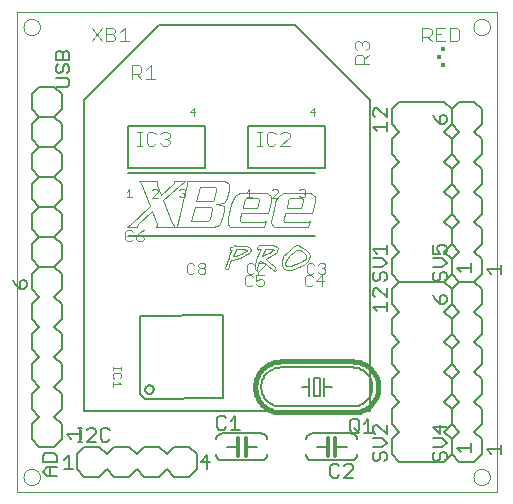
<source format=gto>
G75*
G70*
%OFA0B0*%
%FSLAX24Y24*%
%IPPOS*%
%LPD*%
%AMOC8*
5,1,8,0,0,1.08239X$1,22.5*
%
%ADD10C,0.0000*%
%ADD11C,0.0060*%
%ADD12C,0.0030*%
%ADD13C,0.0160*%
%ADD14C,0.0050*%
%ADD15C,0.0120*%
%ADD16C,0.0080*%
%ADD17C,0.0040*%
%ADD18R,0.0167X0.0128*%
%ADD19R,0.0138X0.0138*%
D10*
X000417Y000150D02*
X000417Y016150D01*
X016417Y016150D01*
X016417Y000150D01*
X000417Y000150D01*
X000641Y000650D02*
X000643Y000683D01*
X000649Y000715D01*
X000658Y000746D01*
X000671Y000776D01*
X000688Y000804D01*
X000708Y000830D01*
X000731Y000854D01*
X000756Y000874D01*
X000784Y000892D01*
X000813Y000906D01*
X000844Y000916D01*
X000876Y000923D01*
X000909Y000926D01*
X000942Y000925D01*
X000974Y000920D01*
X001005Y000911D01*
X001036Y000899D01*
X001064Y000883D01*
X001091Y000864D01*
X001115Y000842D01*
X001136Y000817D01*
X001155Y000790D01*
X001170Y000761D01*
X001181Y000731D01*
X001189Y000699D01*
X001193Y000666D01*
X001193Y000634D01*
X001189Y000601D01*
X001181Y000569D01*
X001170Y000539D01*
X001155Y000510D01*
X001136Y000483D01*
X001115Y000458D01*
X001091Y000436D01*
X001064Y000417D01*
X001036Y000401D01*
X001005Y000389D01*
X000974Y000380D01*
X000942Y000375D01*
X000909Y000374D01*
X000876Y000377D01*
X000844Y000384D01*
X000813Y000394D01*
X000784Y000408D01*
X000756Y000426D01*
X000731Y000446D01*
X000708Y000470D01*
X000688Y000496D01*
X000671Y000524D01*
X000658Y000554D01*
X000649Y000585D01*
X000643Y000617D01*
X000641Y000650D01*
X015641Y000650D02*
X015643Y000683D01*
X015649Y000715D01*
X015658Y000746D01*
X015671Y000776D01*
X015688Y000804D01*
X015708Y000830D01*
X015731Y000854D01*
X015756Y000874D01*
X015784Y000892D01*
X015813Y000906D01*
X015844Y000916D01*
X015876Y000923D01*
X015909Y000926D01*
X015942Y000925D01*
X015974Y000920D01*
X016005Y000911D01*
X016036Y000899D01*
X016064Y000883D01*
X016091Y000864D01*
X016115Y000842D01*
X016136Y000817D01*
X016155Y000790D01*
X016170Y000761D01*
X016181Y000731D01*
X016189Y000699D01*
X016193Y000666D01*
X016193Y000634D01*
X016189Y000601D01*
X016181Y000569D01*
X016170Y000539D01*
X016155Y000510D01*
X016136Y000483D01*
X016115Y000458D01*
X016091Y000436D01*
X016064Y000417D01*
X016036Y000401D01*
X016005Y000389D01*
X015974Y000380D01*
X015942Y000375D01*
X015909Y000374D01*
X015876Y000377D01*
X015844Y000384D01*
X015813Y000394D01*
X015784Y000408D01*
X015756Y000426D01*
X015731Y000446D01*
X015708Y000470D01*
X015688Y000496D01*
X015671Y000524D01*
X015658Y000554D01*
X015649Y000585D01*
X015643Y000617D01*
X015641Y000650D01*
X015641Y015650D02*
X015643Y015683D01*
X015649Y015715D01*
X015658Y015746D01*
X015671Y015776D01*
X015688Y015804D01*
X015708Y015830D01*
X015731Y015854D01*
X015756Y015874D01*
X015784Y015892D01*
X015813Y015906D01*
X015844Y015916D01*
X015876Y015923D01*
X015909Y015926D01*
X015942Y015925D01*
X015974Y015920D01*
X016005Y015911D01*
X016036Y015899D01*
X016064Y015883D01*
X016091Y015864D01*
X016115Y015842D01*
X016136Y015817D01*
X016155Y015790D01*
X016170Y015761D01*
X016181Y015731D01*
X016189Y015699D01*
X016193Y015666D01*
X016193Y015634D01*
X016189Y015601D01*
X016181Y015569D01*
X016170Y015539D01*
X016155Y015510D01*
X016136Y015483D01*
X016115Y015458D01*
X016091Y015436D01*
X016064Y015417D01*
X016036Y015401D01*
X016005Y015389D01*
X015974Y015380D01*
X015942Y015375D01*
X015909Y015374D01*
X015876Y015377D01*
X015844Y015384D01*
X015813Y015394D01*
X015784Y015408D01*
X015756Y015426D01*
X015731Y015446D01*
X015708Y015470D01*
X015688Y015496D01*
X015671Y015524D01*
X015658Y015554D01*
X015649Y015585D01*
X015643Y015617D01*
X015641Y015650D01*
X000641Y015650D02*
X000643Y015683D01*
X000649Y015715D01*
X000658Y015746D01*
X000671Y015776D01*
X000688Y015804D01*
X000708Y015830D01*
X000731Y015854D01*
X000756Y015874D01*
X000784Y015892D01*
X000813Y015906D01*
X000844Y015916D01*
X000876Y015923D01*
X000909Y015926D01*
X000942Y015925D01*
X000974Y015920D01*
X001005Y015911D01*
X001036Y015899D01*
X001064Y015883D01*
X001091Y015864D01*
X001115Y015842D01*
X001136Y015817D01*
X001155Y015790D01*
X001170Y015761D01*
X001181Y015731D01*
X001189Y015699D01*
X001193Y015666D01*
X001193Y015634D01*
X001189Y015601D01*
X001181Y015569D01*
X001170Y015539D01*
X001155Y015510D01*
X001136Y015483D01*
X001115Y015458D01*
X001091Y015436D01*
X001064Y015417D01*
X001036Y015401D01*
X001005Y015389D01*
X000974Y015380D01*
X000942Y015375D01*
X000909Y015374D01*
X000876Y015377D01*
X000844Y015384D01*
X000813Y015394D01*
X000784Y015408D01*
X000756Y015426D01*
X000731Y015446D01*
X000708Y015470D01*
X000688Y015496D01*
X000671Y015524D01*
X000658Y015554D01*
X000649Y015585D01*
X000643Y015617D01*
X000641Y015650D01*
D11*
X001167Y013650D02*
X001667Y013650D01*
X001917Y013400D01*
X001917Y012900D01*
X001667Y012650D01*
X001917Y012400D01*
X001917Y011900D01*
X001667Y011650D01*
X001917Y011400D01*
X001917Y010900D01*
X001667Y010650D01*
X001917Y010400D01*
X001917Y009900D01*
X001667Y009650D01*
X001917Y009400D01*
X001917Y008900D01*
X001667Y008650D01*
X001917Y008400D01*
X001917Y007900D01*
X001667Y007650D01*
X001167Y007650D01*
X000917Y007400D01*
X000917Y006900D01*
X001167Y006650D01*
X000917Y006400D01*
X000917Y005900D01*
X001167Y005650D01*
X000917Y005400D01*
X000917Y004900D01*
X001167Y004650D01*
X000917Y004400D01*
X000917Y003900D01*
X001167Y003650D01*
X000917Y003400D01*
X000917Y002900D01*
X001167Y002650D01*
X000917Y002400D01*
X000917Y001900D01*
X001167Y001650D01*
X001667Y001650D01*
X001917Y001900D01*
X001917Y002400D01*
X001667Y002650D01*
X001917Y002900D01*
X001917Y003400D01*
X001667Y003650D01*
X001917Y003900D01*
X001917Y004400D01*
X001667Y004650D01*
X001917Y004900D01*
X001917Y005400D01*
X001667Y005650D01*
X001917Y005900D01*
X001917Y006400D01*
X001667Y006650D01*
X001917Y006900D01*
X001917Y007400D01*
X001667Y007650D01*
X001167Y007650D01*
X000917Y007900D01*
X000917Y008400D01*
X001167Y008650D01*
X000917Y008900D01*
X000917Y009400D01*
X001167Y009650D01*
X001667Y009650D01*
X001167Y009650D02*
X000917Y009900D01*
X000917Y010400D01*
X001167Y010650D01*
X000917Y010900D01*
X000917Y011400D01*
X001167Y011650D01*
X000917Y011900D01*
X000917Y012400D01*
X001167Y012650D01*
X000917Y012900D01*
X000917Y013400D01*
X001167Y013650D01*
X001167Y012650D02*
X001667Y012650D01*
X001667Y011650D02*
X001167Y011650D01*
X001167Y010650D02*
X001667Y010650D01*
X001667Y008650D02*
X001167Y008650D01*
X004116Y008691D02*
X010344Y008691D01*
X010344Y010779D02*
X004116Y010779D01*
X004532Y006025D02*
X007292Y006035D01*
X007301Y003275D01*
X004681Y003266D01*
X004541Y003405D01*
X004532Y006025D01*
X004699Y003566D02*
X004701Y003589D01*
X004707Y003612D01*
X004716Y003633D01*
X004729Y003653D01*
X004745Y003670D01*
X004763Y003684D01*
X004783Y003695D01*
X004805Y003703D01*
X004828Y003707D01*
X004852Y003707D01*
X004875Y003703D01*
X004897Y003695D01*
X004917Y003684D01*
X004935Y003670D01*
X004951Y003653D01*
X004964Y003633D01*
X004973Y003612D01*
X004979Y003589D01*
X004981Y003566D01*
X004979Y003543D01*
X004973Y003520D01*
X004964Y003499D01*
X004951Y003479D01*
X004935Y003462D01*
X004917Y003448D01*
X004897Y003437D01*
X004875Y003429D01*
X004852Y003425D01*
X004828Y003425D01*
X004805Y003429D01*
X004783Y003437D01*
X004763Y003448D01*
X004745Y003462D01*
X004729Y003479D01*
X004716Y003499D01*
X004707Y003520D01*
X004701Y003543D01*
X004699Y003566D01*
X004667Y001650D02*
X005167Y001650D01*
X005417Y001400D01*
X005667Y001650D01*
X006167Y001650D01*
X006417Y001400D01*
X006417Y000900D01*
X006167Y000650D01*
X005667Y000650D01*
X005417Y000900D01*
X005167Y000650D01*
X004667Y000650D01*
X004417Y000900D01*
X004167Y000650D01*
X003667Y000650D01*
X003417Y000900D01*
X003167Y000650D01*
X002667Y000650D01*
X002417Y000900D01*
X002417Y001400D01*
X002667Y001650D01*
X003167Y001650D01*
X003417Y001400D01*
X003667Y001650D01*
X004167Y001650D01*
X004417Y001400D01*
X004667Y001650D01*
X007067Y001400D02*
X007069Y001374D01*
X007074Y001348D01*
X007082Y001323D01*
X007094Y001300D01*
X007108Y001278D01*
X007126Y001259D01*
X007145Y001241D01*
X007167Y001227D01*
X007190Y001215D01*
X007215Y001207D01*
X007241Y001202D01*
X007267Y001200D01*
X008567Y001200D01*
X008593Y001202D01*
X008619Y001207D01*
X008644Y001215D01*
X008667Y001227D01*
X008689Y001241D01*
X008708Y001259D01*
X008726Y001278D01*
X008740Y001300D01*
X008752Y001323D01*
X008760Y001348D01*
X008765Y001374D01*
X008767Y001400D01*
X008417Y001650D02*
X008047Y001650D01*
X007797Y001650D02*
X007417Y001650D01*
X007067Y001900D02*
X007069Y001926D01*
X007074Y001952D01*
X007082Y001977D01*
X007094Y002000D01*
X007108Y002022D01*
X007126Y002041D01*
X007145Y002059D01*
X007167Y002073D01*
X007190Y002085D01*
X007215Y002093D01*
X007241Y002098D01*
X007267Y002100D01*
X008567Y002100D01*
X008593Y002098D01*
X008619Y002093D01*
X008644Y002085D01*
X008667Y002073D01*
X008689Y002059D01*
X008708Y002041D01*
X008726Y002022D01*
X008740Y002000D01*
X008752Y001977D01*
X008760Y001952D01*
X008765Y001926D01*
X008767Y001900D01*
X009217Y003000D02*
X011617Y003000D01*
X011667Y003002D01*
X011716Y003008D01*
X011765Y003017D01*
X011813Y003030D01*
X011860Y003047D01*
X011905Y003067D01*
X011949Y003091D01*
X011991Y003118D01*
X012031Y003149D01*
X012068Y003182D01*
X012102Y003218D01*
X012134Y003256D01*
X012163Y003297D01*
X012188Y003339D01*
X012210Y003384D01*
X012229Y003430D01*
X012244Y003478D01*
X012255Y003526D01*
X012263Y003575D01*
X012267Y003625D01*
X012267Y003675D01*
X012263Y003725D01*
X012255Y003774D01*
X012244Y003822D01*
X012229Y003870D01*
X012210Y003916D01*
X012188Y003961D01*
X012163Y004003D01*
X012134Y004044D01*
X012102Y004082D01*
X012068Y004118D01*
X012031Y004151D01*
X011991Y004182D01*
X011949Y004209D01*
X011905Y004233D01*
X011860Y004253D01*
X011813Y004270D01*
X011765Y004283D01*
X011716Y004292D01*
X011667Y004298D01*
X011617Y004300D01*
X009217Y004300D01*
X009167Y004298D01*
X009118Y004292D01*
X009069Y004283D01*
X009021Y004270D01*
X008974Y004253D01*
X008929Y004233D01*
X008885Y004209D01*
X008843Y004182D01*
X008803Y004151D01*
X008766Y004118D01*
X008732Y004082D01*
X008700Y004044D01*
X008671Y004003D01*
X008646Y003961D01*
X008624Y003916D01*
X008605Y003870D01*
X008590Y003822D01*
X008579Y003774D01*
X008571Y003725D01*
X008567Y003675D01*
X008567Y003625D01*
X008571Y003575D01*
X008579Y003526D01*
X008590Y003478D01*
X008605Y003430D01*
X008624Y003384D01*
X008646Y003339D01*
X008671Y003297D01*
X008700Y003256D01*
X008732Y003218D01*
X008766Y003182D01*
X008803Y003149D01*
X008843Y003118D01*
X008885Y003091D01*
X008929Y003067D01*
X008974Y003047D01*
X009021Y003030D01*
X009069Y003017D01*
X009118Y003008D01*
X009167Y003002D01*
X009217Y003000D01*
X009917Y003650D02*
X010167Y003650D01*
X010167Y003950D01*
X010317Y003950D02*
X010517Y003950D01*
X010517Y003350D01*
X010317Y003350D01*
X010317Y003950D01*
X010167Y003650D02*
X010167Y003350D01*
X010667Y003350D02*
X010667Y003650D01*
X010917Y003650D01*
X010667Y003650D02*
X010667Y003950D01*
X010267Y002100D02*
X011567Y002100D01*
X011593Y002098D01*
X011619Y002093D01*
X011644Y002085D01*
X011667Y002073D01*
X011689Y002059D01*
X011708Y002041D01*
X011726Y002022D01*
X011740Y002000D01*
X011752Y001977D01*
X011760Y001952D01*
X011765Y001926D01*
X011767Y001900D01*
X011417Y001650D02*
X011037Y001650D01*
X010787Y001650D02*
X010417Y001650D01*
X010067Y001900D02*
X010069Y001926D01*
X010074Y001952D01*
X010082Y001977D01*
X010094Y002000D01*
X010108Y002022D01*
X010126Y002041D01*
X010145Y002059D01*
X010167Y002073D01*
X010190Y002085D01*
X010215Y002093D01*
X010241Y002098D01*
X010267Y002100D01*
X010067Y001400D02*
X010069Y001374D01*
X010074Y001348D01*
X010082Y001323D01*
X010094Y001300D01*
X010108Y001278D01*
X010126Y001259D01*
X010145Y001241D01*
X010167Y001227D01*
X010190Y001215D01*
X010215Y001207D01*
X010241Y001202D01*
X010267Y001200D01*
X011567Y001200D01*
X011593Y001202D01*
X011619Y001207D01*
X011644Y001215D01*
X011667Y001227D01*
X011689Y001241D01*
X011708Y001259D01*
X011726Y001278D01*
X011740Y001300D01*
X011752Y001323D01*
X011760Y001348D01*
X011765Y001374D01*
X011767Y001400D01*
X012917Y001400D02*
X013167Y001150D01*
X014667Y001150D01*
X014917Y001400D01*
X015167Y001150D01*
X015667Y001150D01*
X015917Y001400D01*
X015917Y001900D01*
X015667Y002150D01*
X015917Y002400D01*
X015917Y002900D01*
X015667Y003150D01*
X015917Y003400D01*
X015917Y003900D01*
X015667Y004150D01*
X015917Y004400D01*
X015917Y004900D01*
X015667Y005150D01*
X015917Y005400D01*
X015917Y005900D01*
X015667Y006150D01*
X015917Y006400D01*
X015917Y006900D01*
X015667Y007150D01*
X015917Y007400D01*
X015917Y007900D01*
X015667Y008150D01*
X015917Y008400D01*
X015917Y008900D01*
X015667Y009150D01*
X015917Y009400D01*
X015917Y009900D01*
X015667Y010150D01*
X015917Y010400D01*
X015917Y010900D01*
X015667Y011150D01*
X015917Y011400D01*
X015917Y011900D01*
X015667Y012150D01*
X015917Y012400D01*
X015917Y012900D01*
X015667Y013150D01*
X015167Y013150D01*
X014917Y012900D01*
X014917Y012400D01*
X015167Y012150D01*
X014917Y011900D01*
X014917Y011400D01*
X015167Y011150D01*
X014917Y010900D01*
X014917Y010400D01*
X015167Y010150D01*
X014917Y009900D01*
X014917Y009400D01*
X015167Y009150D01*
X014917Y008900D01*
X014917Y008400D01*
X015167Y008150D01*
X014917Y007900D01*
X014917Y007400D01*
X015167Y007150D01*
X015667Y007150D01*
X015167Y007150D01*
X014917Y006900D01*
X014917Y006400D01*
X015167Y006150D01*
X014917Y005900D01*
X014917Y005400D01*
X015167Y005150D01*
X014917Y004900D01*
X014917Y004400D01*
X015167Y004150D01*
X014917Y003900D01*
X014917Y003400D01*
X015167Y003150D01*
X014917Y002900D01*
X014917Y002400D01*
X015167Y002150D01*
X014917Y001900D01*
X014917Y001400D01*
X014917Y001900D01*
X014667Y002150D01*
X014917Y002400D01*
X014917Y002900D01*
X014667Y003150D01*
X014917Y003400D01*
X014917Y003900D01*
X014667Y004150D01*
X014917Y004400D01*
X014917Y004900D01*
X014667Y005150D01*
X014917Y005400D01*
X014917Y005900D01*
X014667Y006150D01*
X014917Y006400D01*
X014917Y006900D01*
X014667Y007150D01*
X013167Y007150D01*
X012917Y006900D01*
X012917Y006400D01*
X013167Y006150D01*
X012917Y005900D01*
X012917Y005400D01*
X013167Y005150D01*
X012917Y004900D01*
X012917Y004400D01*
X013167Y004150D01*
X012917Y003900D01*
X012917Y003400D01*
X013167Y003150D01*
X012917Y002900D01*
X012917Y002400D01*
X013167Y002150D01*
X012917Y001900D01*
X012917Y001400D01*
X013167Y007150D02*
X014667Y007150D01*
X014917Y007400D01*
X014917Y007900D01*
X014667Y008150D01*
X014917Y008400D01*
X014917Y008900D01*
X014667Y009150D01*
X014917Y009400D01*
X014917Y009900D01*
X014667Y010150D01*
X014917Y010400D01*
X014917Y010900D01*
X014667Y011150D01*
X014917Y011400D01*
X014917Y011900D01*
X014667Y012150D01*
X014917Y012400D01*
X014917Y012900D01*
X014667Y013150D01*
X013167Y013150D01*
X012917Y012900D01*
X012917Y012400D01*
X013167Y012150D01*
X012917Y011900D01*
X012917Y011400D01*
X013167Y011150D01*
X012917Y010900D01*
X012917Y010400D01*
X013167Y010150D01*
X012917Y009900D01*
X012917Y009400D01*
X013167Y009150D01*
X012917Y008900D01*
X012917Y008400D01*
X013167Y008150D01*
X012917Y007900D01*
X012917Y007400D01*
X013167Y007150D01*
D12*
X010704Y007482D02*
X010642Y007421D01*
X010519Y007421D01*
X010457Y007482D01*
X010336Y007482D02*
X010274Y007421D01*
X010150Y007421D01*
X010089Y007482D01*
X010089Y007729D01*
X010150Y007791D01*
X010274Y007791D01*
X010336Y007729D01*
X010457Y007729D02*
X010519Y007791D01*
X010642Y007791D01*
X010704Y007729D01*
X010704Y007667D01*
X010642Y007606D01*
X010704Y007544D01*
X010704Y007482D01*
X010642Y007606D02*
X010580Y007606D01*
X010591Y007380D02*
X010406Y007195D01*
X010653Y007195D01*
X010591Y007380D02*
X010591Y007009D01*
X010285Y007071D02*
X010223Y007009D01*
X010100Y007009D01*
X010038Y007071D01*
X010038Y007318D01*
X010100Y007380D01*
X010223Y007380D01*
X010285Y007318D01*
X008653Y007380D02*
X008406Y007380D01*
X008406Y007195D01*
X008530Y007256D01*
X008591Y007256D01*
X008653Y007195D01*
X008653Y007071D01*
X008591Y007009D01*
X008468Y007009D01*
X008406Y007071D01*
X008285Y007071D02*
X008223Y007009D01*
X008100Y007009D01*
X008038Y007071D01*
X008038Y007318D01*
X008100Y007380D01*
X008223Y007380D01*
X008285Y007318D01*
X008274Y007421D02*
X008150Y007421D01*
X008089Y007482D01*
X008089Y007729D01*
X008150Y007791D01*
X008274Y007791D01*
X008336Y007729D01*
X008457Y007791D02*
X008704Y007791D01*
X008704Y007729D01*
X008457Y007482D01*
X008457Y007421D01*
X008336Y007482D02*
X008274Y007421D01*
X006704Y007482D02*
X006642Y007421D01*
X006519Y007421D01*
X006457Y007482D01*
X006457Y007544D01*
X006519Y007606D01*
X006642Y007606D01*
X006704Y007544D01*
X006704Y007482D01*
X006642Y007606D02*
X006704Y007667D01*
X006704Y007729D01*
X006642Y007791D01*
X006519Y007791D01*
X006457Y007729D01*
X006457Y007667D01*
X006519Y007606D01*
X006336Y007729D02*
X006274Y007791D01*
X006150Y007791D01*
X006089Y007729D01*
X006089Y007482D01*
X006150Y007421D01*
X006274Y007421D01*
X006336Y007482D01*
X004653Y008571D02*
X004653Y008633D01*
X004591Y008695D01*
X004406Y008695D01*
X004406Y008571D01*
X004468Y008509D01*
X004591Y008509D01*
X004653Y008571D01*
X004530Y008818D02*
X004406Y008695D01*
X004285Y008818D02*
X004223Y008880D01*
X004100Y008880D01*
X004038Y008818D01*
X004038Y008571D01*
X004100Y008509D01*
X004223Y008509D01*
X004285Y008571D01*
X004530Y008818D02*
X004653Y008880D01*
X003903Y004324D02*
X003903Y004227D01*
X003903Y004275D02*
X003613Y004274D01*
X003613Y004226D02*
X003613Y004323D01*
X003662Y004126D02*
X003614Y004078D01*
X003614Y003981D01*
X003663Y003933D01*
X003615Y003832D02*
X003615Y003638D01*
X003615Y003735D02*
X003905Y003736D01*
X003808Y003832D01*
X003856Y003934D02*
X003904Y003982D01*
X003904Y004079D01*
X003855Y004127D01*
X003662Y004126D01*
D13*
X009217Y004500D02*
X011617Y004500D01*
X011674Y004498D01*
X011730Y004492D01*
X011786Y004483D01*
X011842Y004470D01*
X011896Y004453D01*
X011949Y004433D01*
X012000Y004409D01*
X012050Y004381D01*
X012098Y004351D01*
X012144Y004317D01*
X012187Y004280D01*
X012228Y004241D01*
X012266Y004199D01*
X012301Y004154D01*
X012333Y004107D01*
X012362Y004058D01*
X012388Y004008D01*
X012410Y003955D01*
X012429Y003902D01*
X012444Y003847D01*
X012455Y003791D01*
X012463Y003735D01*
X012467Y003678D01*
X012467Y003622D01*
X012463Y003565D01*
X012455Y003509D01*
X012444Y003453D01*
X012429Y003398D01*
X012410Y003345D01*
X012388Y003292D01*
X012362Y003242D01*
X012333Y003193D01*
X012301Y003146D01*
X012266Y003101D01*
X012228Y003059D01*
X012187Y003020D01*
X012144Y002983D01*
X012098Y002949D01*
X012050Y002919D01*
X012000Y002891D01*
X011949Y002867D01*
X011896Y002847D01*
X011842Y002830D01*
X011786Y002817D01*
X011730Y002808D01*
X011674Y002802D01*
X011617Y002800D01*
X009217Y002800D01*
X009160Y002802D01*
X009104Y002808D01*
X009048Y002817D01*
X008992Y002830D01*
X008938Y002847D01*
X008885Y002867D01*
X008834Y002891D01*
X008784Y002919D01*
X008736Y002949D01*
X008690Y002983D01*
X008647Y003020D01*
X008606Y003059D01*
X008568Y003101D01*
X008533Y003146D01*
X008501Y003193D01*
X008472Y003242D01*
X008446Y003292D01*
X008424Y003345D01*
X008405Y003398D01*
X008390Y003453D01*
X008379Y003509D01*
X008371Y003565D01*
X008367Y003622D01*
X008367Y003678D01*
X008371Y003735D01*
X008379Y003791D01*
X008390Y003847D01*
X008405Y003902D01*
X008424Y003955D01*
X008446Y004008D01*
X008472Y004058D01*
X008501Y004107D01*
X008533Y004154D01*
X008568Y004199D01*
X008606Y004241D01*
X008647Y004280D01*
X008690Y004317D01*
X008736Y004351D01*
X008784Y004381D01*
X008834Y004409D01*
X008885Y004433D01*
X008938Y004453D01*
X008992Y004470D01*
X009048Y004483D01*
X009104Y004492D01*
X009160Y004498D01*
X009217Y004500D01*
D14*
X007702Y002675D02*
X007702Y002225D01*
X007552Y002225D02*
X007852Y002225D01*
X007552Y002525D02*
X007702Y002675D01*
X007392Y002600D02*
X007317Y002675D01*
X007167Y002675D01*
X007092Y002600D01*
X007092Y002300D01*
X007167Y002225D01*
X007317Y002225D01*
X007392Y002300D01*
X006767Y001375D02*
X006542Y001150D01*
X006842Y001150D01*
X006767Y000925D02*
X006767Y001375D01*
X003509Y001900D02*
X003434Y001825D01*
X003284Y001825D01*
X003209Y001900D01*
X003209Y002200D01*
X003284Y002275D01*
X003434Y002275D01*
X003509Y002200D01*
X003049Y002200D02*
X002974Y002275D01*
X002824Y002275D01*
X002749Y002200D01*
X002592Y002275D02*
X002442Y002275D01*
X002517Y002275D02*
X002517Y001825D01*
X002442Y001825D02*
X002592Y001825D01*
X002542Y001925D02*
X002542Y002225D01*
X002542Y002075D02*
X002091Y002075D01*
X002241Y001925D01*
X002749Y001825D02*
X003049Y002125D01*
X003049Y002200D01*
X003049Y001825D02*
X002749Y001825D01*
X002142Y001375D02*
X002142Y000925D01*
X001992Y000925D02*
X002292Y000925D01*
X001992Y001225D02*
X002142Y001375D01*
X001742Y001361D02*
X001742Y001135D01*
X001291Y001135D01*
X001291Y001361D01*
X001366Y001436D01*
X001667Y001436D01*
X001742Y001361D01*
X001742Y000975D02*
X001441Y000975D01*
X001291Y000825D01*
X001441Y000675D01*
X001742Y000675D01*
X001516Y000675D02*
X001516Y000975D01*
X000667Y006925D02*
X000742Y007000D01*
X000742Y007150D01*
X000667Y007225D01*
X000592Y007225D01*
X000516Y007150D01*
X000516Y006925D01*
X000667Y006925D01*
X000516Y006925D02*
X000366Y007075D01*
X000291Y007225D01*
X001721Y013645D02*
X002097Y013645D01*
X002172Y013720D01*
X002172Y013870D01*
X002097Y013945D01*
X001721Y013945D01*
X001796Y014105D02*
X001871Y014105D01*
X001946Y014180D01*
X001946Y014331D01*
X002022Y014406D01*
X002097Y014406D01*
X002172Y014331D01*
X002172Y014180D01*
X002097Y014105D01*
X001796Y014105D02*
X001721Y014180D01*
X001721Y014331D01*
X001796Y014406D01*
X001721Y014566D02*
X001721Y014791D01*
X001796Y014866D01*
X001871Y014866D01*
X001946Y014791D01*
X001946Y014566D01*
X001721Y014566D02*
X002172Y014566D01*
X002172Y014791D01*
X002097Y014866D01*
X002022Y014866D01*
X001946Y014791D01*
X012291Y012861D02*
X012291Y012710D01*
X012366Y012635D01*
X012291Y012861D02*
X012366Y012936D01*
X012441Y012936D01*
X012742Y012635D01*
X012742Y012936D01*
X012742Y012475D02*
X012742Y012175D01*
X012742Y012325D02*
X012291Y012325D01*
X012441Y012175D01*
X014291Y012725D02*
X014366Y012575D01*
X014516Y012425D01*
X014516Y012650D01*
X014592Y012725D01*
X014667Y012725D01*
X014742Y012650D01*
X014742Y012500D01*
X014667Y012425D01*
X014516Y012425D01*
X014516Y008396D02*
X014441Y008321D01*
X014441Y008246D01*
X014516Y008096D01*
X014291Y008096D01*
X014291Y008396D01*
X014516Y008396D02*
X014667Y008396D01*
X014742Y008321D01*
X014742Y008171D01*
X014667Y008096D01*
X014592Y007936D02*
X014291Y007936D01*
X014592Y007936D02*
X014742Y007786D01*
X014592Y007635D01*
X014291Y007635D01*
X014366Y007475D02*
X014291Y007400D01*
X014291Y007250D01*
X014366Y007175D01*
X014441Y007175D01*
X014516Y007250D01*
X014516Y007400D01*
X014592Y007475D01*
X014667Y007475D01*
X014742Y007400D01*
X014742Y007250D01*
X014667Y007175D01*
X014667Y006725D02*
X014592Y006725D01*
X014516Y006650D01*
X014516Y006425D01*
X014667Y006425D01*
X014742Y006500D01*
X014742Y006650D01*
X014667Y006725D01*
X014516Y006425D02*
X014366Y006575D01*
X014291Y006725D01*
X015091Y007625D02*
X015542Y007625D01*
X015542Y007475D02*
X015542Y007775D01*
X015241Y007475D02*
X015091Y007625D01*
X016091Y007575D02*
X016542Y007575D01*
X016542Y007425D02*
X016542Y007725D01*
X016241Y007425D02*
X016091Y007575D01*
X012742Y007400D02*
X012742Y007250D01*
X012667Y007175D01*
X012516Y007250D02*
X012516Y007400D01*
X012592Y007475D01*
X012667Y007475D01*
X012742Y007400D01*
X012516Y007250D02*
X012441Y007175D01*
X012366Y007175D01*
X012291Y007250D01*
X012291Y007400D01*
X012366Y007475D01*
X012291Y007635D02*
X012592Y007635D01*
X012742Y007786D01*
X012592Y007936D01*
X012291Y007936D01*
X012441Y008096D02*
X012291Y008246D01*
X012742Y008246D01*
X012742Y008096D02*
X012742Y008396D01*
X012742Y006936D02*
X012742Y006635D01*
X012441Y006936D01*
X012366Y006936D01*
X012291Y006861D01*
X012291Y006710D01*
X012366Y006635D01*
X012291Y006325D02*
X012742Y006325D01*
X012742Y006175D02*
X012742Y006475D01*
X012441Y006175D02*
X012291Y006325D01*
X012131Y002575D02*
X012131Y002125D01*
X011981Y002125D02*
X012282Y002125D01*
X012291Y002171D02*
X012366Y002096D01*
X012291Y002171D02*
X012291Y002321D01*
X012366Y002396D01*
X012441Y002396D01*
X012742Y002096D01*
X012742Y002396D01*
X012592Y001936D02*
X012291Y001936D01*
X012291Y001635D02*
X012592Y001635D01*
X012742Y001786D01*
X012592Y001936D01*
X012592Y001475D02*
X012667Y001475D01*
X012742Y001400D01*
X012742Y001250D01*
X012667Y001175D01*
X012516Y001250D02*
X012516Y001400D01*
X012592Y001475D01*
X012366Y001475D02*
X012291Y001400D01*
X012291Y001250D01*
X012366Y001175D01*
X012441Y001175D01*
X012516Y001250D01*
X011632Y001000D02*
X011632Y000925D01*
X011331Y000625D01*
X011632Y000625D01*
X011171Y000700D02*
X011096Y000625D01*
X010946Y000625D01*
X010871Y000700D01*
X010871Y001000D01*
X010946Y001075D01*
X011096Y001075D01*
X011171Y001000D01*
X011331Y001000D02*
X011406Y001075D01*
X011556Y001075D01*
X011632Y001000D01*
X011596Y002125D02*
X011521Y002200D01*
X011521Y002500D01*
X011596Y002575D01*
X011746Y002575D01*
X011821Y002500D01*
X011821Y002200D01*
X011746Y002125D01*
X011596Y002125D01*
X011671Y002275D02*
X011821Y002125D01*
X011981Y002425D02*
X012131Y002575D01*
X014291Y002321D02*
X014516Y002096D01*
X014516Y002396D01*
X014291Y002321D02*
X014742Y002321D01*
X014592Y001936D02*
X014291Y001936D01*
X014291Y001635D02*
X014592Y001635D01*
X014742Y001786D01*
X014592Y001936D01*
X014592Y001475D02*
X014667Y001475D01*
X014742Y001400D01*
X014742Y001250D01*
X014667Y001175D01*
X014516Y001250D02*
X014516Y001400D01*
X014592Y001475D01*
X014366Y001475D02*
X014291Y001400D01*
X014291Y001250D01*
X014366Y001175D01*
X014441Y001175D01*
X014516Y001250D01*
X015091Y001625D02*
X015542Y001625D01*
X015542Y001475D02*
X015542Y001775D01*
X015241Y001475D02*
X015091Y001625D01*
X016091Y001575D02*
X016542Y001575D01*
X016542Y001425D02*
X016542Y001725D01*
X016241Y001425D02*
X016091Y001575D01*
D15*
X011037Y001650D02*
X011037Y001350D01*
X010787Y001350D02*
X010787Y001650D01*
X010787Y001950D01*
X011037Y001950D02*
X011037Y001650D01*
X008047Y001650D02*
X008047Y001350D01*
X007797Y001350D02*
X007797Y001650D01*
X007797Y001950D01*
X008047Y001950D02*
X008047Y001650D01*
D16*
X012180Y002837D02*
X002653Y002837D01*
X002653Y013233D01*
X005143Y015723D01*
X009690Y015723D01*
X012180Y013233D01*
X012180Y002837D01*
X010707Y010950D02*
X008127Y010950D01*
X008127Y012350D01*
X010707Y012350D01*
X010707Y010950D01*
X006707Y010950D02*
X004127Y010950D01*
X004127Y012350D01*
X006707Y012350D01*
X006707Y010950D01*
D17*
X006095Y010505D02*
X007340Y010505D01*
X007406Y010489D01*
X007450Y010461D01*
X007482Y010401D01*
X007504Y010346D01*
X007504Y010253D01*
X007488Y010209D01*
X007422Y009935D01*
X007400Y009880D01*
X007318Y009798D01*
X007252Y009771D01*
X007164Y009749D01*
X007055Y009749D01*
X007214Y009727D01*
X007329Y009672D01*
X007334Y009661D01*
X007334Y009513D01*
X007274Y009272D01*
X007236Y009211D01*
X007225Y009146D01*
X007143Y009052D01*
X007077Y009020D01*
X006973Y008987D01*
X005070Y008987D01*
X005103Y009047D01*
X005103Y009085D01*
X004928Y009518D01*
X004473Y009074D01*
X004423Y008987D01*
X004100Y008987D01*
X004237Y009085D01*
X004873Y009683D01*
X004560Y010445D01*
X004500Y010505D01*
X005103Y010505D01*
X005103Y010472D01*
X005087Y010439D01*
X005103Y010412D01*
X005103Y010385D01*
X005240Y010039D01*
X005629Y010423D01*
X005651Y010450D01*
X005668Y010483D01*
X005673Y010505D01*
X006019Y010505D01*
X005947Y010456D01*
X005893Y010418D01*
X005816Y010352D01*
X005300Y009869D01*
X005607Y009113D01*
X005695Y008992D01*
X005712Y008992D01*
X005745Y009025D01*
X005788Y009157D01*
X005854Y009403D01*
X005931Y009716D01*
X006073Y010297D01*
X006095Y010396D01*
X006095Y010505D01*
X005979Y010250D02*
X005885Y010250D01*
X005839Y010204D01*
X005932Y010110D02*
X005979Y010110D01*
X006025Y010063D01*
X006025Y010017D01*
X005979Y009970D01*
X005885Y009970D01*
X005839Y010017D01*
X005979Y010110D02*
X006025Y010157D01*
X006025Y010204D01*
X005979Y010250D01*
X006512Y010319D02*
X006397Y009853D01*
X006945Y009853D01*
X006978Y009875D01*
X006995Y009913D01*
X007071Y010204D01*
X007066Y010291D01*
X007016Y010319D01*
X006512Y010319D01*
X006359Y009655D02*
X006232Y009173D01*
X006764Y009173D01*
X006786Y009184D01*
X006825Y009228D01*
X006846Y009261D01*
X006929Y009584D01*
X006929Y009601D01*
X006901Y009639D01*
X006857Y009655D01*
X006359Y009655D01*
X007455Y009272D02*
X007565Y009760D01*
X007581Y009820D01*
X007647Y009951D01*
X007696Y010023D01*
X007784Y010078D01*
X007850Y010100D01*
X007883Y010105D01*
X008743Y010105D01*
X008804Y010083D01*
X008875Y010028D01*
X008897Y010006D01*
X008897Y009814D01*
X008804Y009436D01*
X007905Y009436D01*
X007861Y009250D01*
X007850Y009217D01*
X007855Y009179D01*
X007877Y009162D01*
X008667Y009162D01*
X008738Y009173D01*
X008661Y008987D01*
X007576Y008987D01*
X007532Y008998D01*
X007488Y009030D01*
X007460Y009069D01*
X007444Y009129D01*
X007444Y009184D01*
X007455Y009272D01*
X007954Y009612D02*
X007959Y009606D01*
X008431Y009606D01*
X008491Y009842D01*
X008491Y009913D01*
X008475Y009930D01*
X008453Y009935D01*
X008064Y009935D01*
X008031Y009919D01*
X008009Y009880D01*
X007992Y009836D01*
X007954Y009612D01*
X008077Y009970D02*
X008264Y009970D01*
X008171Y009970D02*
X008171Y010250D01*
X008077Y010157D01*
X008929Y010200D02*
X008975Y010247D01*
X009069Y010247D01*
X009115Y010200D01*
X009115Y010153D01*
X008929Y009966D01*
X009115Y009966D01*
X009105Y009951D02*
X009155Y010023D01*
X009242Y010078D01*
X009308Y010100D01*
X009341Y010105D01*
X010202Y010105D01*
X010262Y010083D01*
X010333Y010028D01*
X010355Y010006D01*
X010355Y009814D01*
X010262Y009436D01*
X009363Y009436D01*
X009319Y009250D01*
X009308Y009217D01*
X009313Y009179D01*
X009335Y009162D01*
X010125Y009162D01*
X010196Y009173D01*
X010119Y008987D01*
X009034Y008987D01*
X008990Y008998D01*
X008946Y009030D01*
X008919Y009069D01*
X008902Y009129D01*
X008902Y009184D01*
X008913Y009272D01*
X009023Y009760D01*
X009039Y009820D01*
X009105Y009951D01*
X009451Y009836D02*
X009412Y009612D01*
X009418Y009606D01*
X009889Y009606D01*
X009949Y009842D01*
X009949Y009913D01*
X009933Y009930D01*
X009911Y009935D01*
X009522Y009935D01*
X009489Y009919D01*
X009467Y009880D01*
X009451Y009836D01*
X009839Y010017D02*
X009885Y009970D01*
X009979Y009970D01*
X010025Y010017D01*
X010025Y010063D01*
X009979Y010110D01*
X009932Y010110D01*
X009979Y010110D02*
X010025Y010157D01*
X010025Y010204D01*
X009979Y010250D01*
X009885Y010250D01*
X009839Y010204D01*
X009511Y011690D02*
X009204Y011690D01*
X009511Y011997D01*
X009511Y012074D01*
X009434Y012150D01*
X009281Y012150D01*
X009204Y012074D01*
X009051Y012074D02*
X008974Y012150D01*
X008820Y012150D01*
X008744Y012074D01*
X008744Y011767D01*
X008820Y011690D01*
X008974Y011690D01*
X009051Y011767D01*
X008590Y011690D02*
X008437Y011690D01*
X008513Y011690D02*
X008513Y012150D01*
X008437Y012150D02*
X008590Y012150D01*
X010187Y012810D02*
X010373Y012810D01*
X010327Y012670D02*
X010327Y012950D01*
X010187Y012810D01*
X011686Y014420D02*
X011686Y014650D01*
X011763Y014727D01*
X011916Y014727D01*
X011993Y014650D01*
X011993Y014420D01*
X011993Y014573D02*
X012147Y014727D01*
X012070Y014880D02*
X012147Y014957D01*
X012147Y015111D01*
X012070Y015187D01*
X011993Y015187D01*
X011916Y015111D01*
X011916Y015034D01*
X011916Y015111D02*
X011840Y015187D01*
X011763Y015187D01*
X011686Y015111D01*
X011686Y014957D01*
X011763Y014880D01*
X011686Y014420D02*
X012147Y014420D01*
X013937Y015170D02*
X013937Y015630D01*
X014167Y015630D01*
X014244Y015554D01*
X014244Y015400D01*
X014167Y015323D01*
X013937Y015323D01*
X014090Y015323D02*
X014244Y015170D01*
X014397Y015170D02*
X014704Y015170D01*
X014857Y015170D02*
X015088Y015170D01*
X015164Y015247D01*
X015164Y015554D01*
X015088Y015630D01*
X014857Y015630D01*
X014857Y015170D01*
X014551Y015400D02*
X014397Y015400D01*
X014397Y015630D02*
X014397Y015170D01*
X014397Y015630D02*
X014704Y015630D01*
X009834Y008373D02*
X009780Y008395D01*
X009774Y008395D02*
X009659Y008334D01*
X009451Y008159D01*
X009303Y008011D01*
X009286Y007967D01*
X009259Y007835D01*
X009253Y007726D01*
X009308Y007622D01*
X009401Y007561D01*
X009527Y007561D01*
X009686Y007583D01*
X009790Y007649D01*
X009933Y007682D01*
X010010Y007759D01*
X010114Y007841D01*
X010174Y007950D01*
X010185Y008022D01*
X010158Y008126D01*
X010065Y008203D01*
X009955Y008279D01*
X009878Y008301D01*
X009873Y008329D01*
X009834Y008373D01*
X009856Y008208D02*
X009719Y008208D01*
X009659Y008164D01*
X009516Y008055D01*
X009423Y007929D01*
X009374Y007770D01*
X009368Y007715D01*
X009418Y007687D01*
X009549Y007693D01*
X009681Y007742D01*
X009818Y007786D01*
X009933Y007852D01*
X010043Y007929D01*
X010043Y008060D01*
X009922Y008186D01*
X009856Y008208D01*
X009133Y008252D02*
X009105Y008203D01*
X009105Y008159D01*
X009061Y008115D01*
X009001Y008077D01*
X008880Y008022D01*
X008765Y007950D01*
X008710Y007918D01*
X008793Y007835D01*
X008897Y007764D01*
X008974Y007704D01*
X009017Y007649D01*
X009039Y007594D01*
X009045Y007561D01*
X009028Y007528D01*
X009012Y007523D01*
X008968Y007556D01*
X008754Y007726D01*
X008551Y007863D01*
X008513Y007863D01*
X008502Y007824D01*
X008464Y007715D01*
X008431Y007616D01*
X008409Y007561D01*
X008409Y007528D01*
X008349Y007583D01*
X008343Y007665D01*
X008354Y007720D01*
X008403Y007896D01*
X008431Y007994D01*
X008491Y008131D01*
X008530Y008203D01*
X008546Y008241D01*
X008508Y008247D01*
X008464Y008214D01*
X008464Y008219D01*
X008447Y008241D01*
X008420Y008257D01*
X008409Y008279D01*
X008414Y008312D01*
X008447Y008345D01*
X008508Y008367D01*
X008579Y008395D01*
X008897Y008395D01*
X008963Y008378D01*
X009039Y008351D01*
X009083Y008323D01*
X009122Y008279D01*
X009133Y008252D01*
X008979Y008219D02*
X008941Y008208D01*
X008886Y008153D01*
X008809Y008109D01*
X008738Y008071D01*
X008656Y008055D01*
X008590Y008022D01*
X008694Y008208D01*
X008700Y008263D01*
X008897Y008263D01*
X008963Y008252D01*
X008979Y008219D01*
X008212Y008225D02*
X008212Y008203D01*
X008190Y008153D01*
X008157Y008115D01*
X008091Y008071D01*
X007850Y007950D01*
X007724Y007901D01*
X007625Y007879D01*
X007592Y007874D01*
X007554Y007874D01*
X007537Y007824D01*
X007504Y007726D01*
X007477Y007638D01*
X007455Y007600D01*
X007444Y007578D01*
X007422Y007567D01*
X007395Y007583D01*
X007373Y007616D01*
X007373Y007654D01*
X007384Y007698D01*
X007433Y007802D01*
X007466Y007879D01*
X007477Y007950D01*
X007493Y008016D01*
X007521Y008104D01*
X007548Y008170D01*
X007576Y008214D01*
X007532Y008214D01*
X007532Y008307D01*
X007581Y008307D01*
X007625Y008340D01*
X007669Y008384D01*
X007718Y008356D01*
X007916Y008356D01*
X008075Y008340D01*
X008184Y008274D01*
X008212Y008225D01*
X008085Y008208D02*
X008080Y008192D01*
X008053Y008170D01*
X007965Y008126D01*
X007894Y008077D01*
X007795Y008049D01*
X007724Y008022D01*
X007680Y008016D01*
X007614Y008016D01*
X007713Y008219D01*
X007724Y008247D01*
X008003Y008247D01*
X008069Y008219D01*
X008085Y008208D01*
X005115Y009966D02*
X004929Y009966D01*
X005115Y010153D01*
X005115Y010200D01*
X005069Y010247D01*
X004975Y010247D01*
X004929Y010200D01*
X004264Y009970D02*
X004077Y009970D01*
X004171Y009970D02*
X004171Y010250D01*
X004077Y010157D01*
X004437Y011690D02*
X004590Y011690D01*
X004513Y011690D02*
X004513Y012150D01*
X004437Y012150D02*
X004590Y012150D01*
X004744Y012074D02*
X004744Y011767D01*
X004820Y011690D01*
X004974Y011690D01*
X005051Y011767D01*
X005204Y011767D02*
X005281Y011690D01*
X005434Y011690D01*
X005511Y011767D01*
X005511Y011843D01*
X005434Y011920D01*
X005357Y011920D01*
X005434Y011920D02*
X005511Y011997D01*
X005511Y012074D01*
X005434Y012150D01*
X005281Y012150D01*
X005204Y012074D01*
X005051Y012074D02*
X004974Y012150D01*
X004820Y012150D01*
X004744Y012074D01*
X006187Y012810D02*
X006373Y012810D01*
X006327Y012670D02*
X006327Y012950D01*
X006187Y012810D01*
X005033Y013920D02*
X004726Y013920D01*
X004573Y013920D02*
X004419Y014073D01*
X004496Y014073D02*
X004266Y014073D01*
X004266Y013920D02*
X004266Y014380D01*
X004496Y014380D01*
X004573Y014304D01*
X004573Y014150D01*
X004496Y014073D01*
X004726Y014227D02*
X004880Y014380D01*
X004880Y013920D01*
X004164Y015170D02*
X003857Y015170D01*
X004011Y015170D02*
X004011Y015630D01*
X003857Y015477D01*
X003704Y015477D02*
X003704Y015554D01*
X003627Y015630D01*
X003397Y015630D01*
X003397Y015170D01*
X003627Y015170D01*
X003704Y015247D01*
X003704Y015323D01*
X003627Y015400D01*
X003397Y015400D01*
X003627Y015400D02*
X003704Y015477D01*
X003244Y015630D02*
X002937Y015170D01*
X003244Y015170D02*
X002937Y015630D01*
D18*
X014638Y014921D03*
X014638Y014379D03*
D19*
X014486Y014650D03*
M02*

</source>
